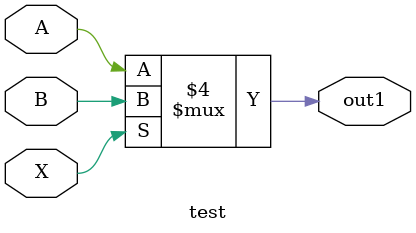
<source format=v>
module test(A,B, X, out1);
input A, B, X;
output reg out1;
always @(*) begin
    if(X==0)
    out1=A;
    else
    out1 = B;
end
endmodule
</source>
